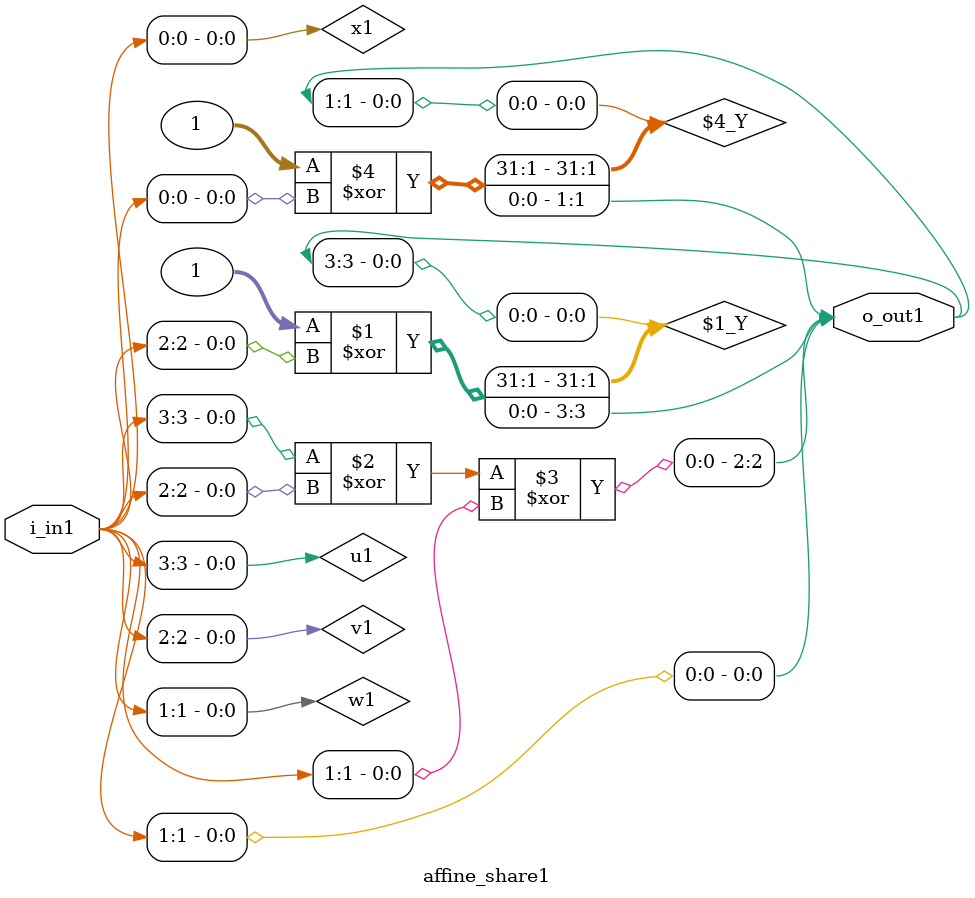
<source format=sv>

module affine_share1 (

    i_in1,
    o_out1
);        
    input wire [0:3] i_in1;
    output wire [0:3] o_out1;

    wire x1, w1, v1, u1;

    assign x1 = i_in1[0];

    assign w1 = i_in1[1];

    assign v1 = i_in1[2];

    assign u1 = i_in1[3];
    assign o_out1[3] = 1 ^ v1 ;

    assign o_out1[2] = u1 ^ v1 ^ w1 ;

    assign o_out1[1] = 1 ^ x1 ;

    assign o_out1[0] = w1 ;

endmodule


</source>
